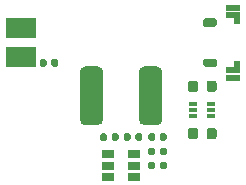
<source format=gbp>
%TF.GenerationSoftware,KiCad,Pcbnew,5.1.7-a382d34a8~87~ubuntu20.04.1*%
%TF.CreationDate,2020-10-26T14:53:32+05:00*%
%TF.ProjectId,OneRing,4f6e6552-696e-4672-9e6b-696361645f70,rev?*%
%TF.SameCoordinates,Original*%
%TF.FileFunction,Paste,Bot*%
%TF.FilePolarity,Positive*%
%FSLAX46Y46*%
G04 Gerber Fmt 4.6, Leading zero omitted, Abs format (unit mm)*
G04 Created by KiCad (PCBNEW 5.1.7-a382d34a8~87~ubuntu20.04.1) date 2020-10-26 14:53:32*
%MOMM*%
%LPD*%
G01*
G04 APERTURE LIST*
%ADD10R,0.700000X0.300000*%
%ADD11R,2.500000X1.800000*%
%ADD12R,1.300000X0.600000*%
%ADD13R,0.600000X1.100000*%
%ADD14R,1.060000X0.650000*%
G04 APERTURE END LIST*
D10*
%TO.C,U4*%
X171100000Y-108700000D03*
X171100000Y-107700000D03*
X172600000Y-108700000D03*
X171100000Y-108200000D03*
X172600000Y-107700000D03*
X172600000Y-108200000D03*
%TD*%
%TO.C,BT1*%
G36*
G01*
X161500000Y-109000000D02*
X161500000Y-105000000D01*
G75*
G02*
X162000000Y-104500000I500000J0D01*
G01*
X163000000Y-104500000D01*
G75*
G02*
X163500000Y-105000000I0J-500000D01*
G01*
X163500000Y-109000000D01*
G75*
G02*
X163000000Y-109500000I-500000J0D01*
G01*
X162000000Y-109500000D01*
G75*
G02*
X161500000Y-109000000I0J500000D01*
G01*
G37*
G36*
G01*
X166500000Y-109000000D02*
X166500000Y-105000000D01*
G75*
G02*
X167000000Y-104500000I500000J0D01*
G01*
X168000000Y-104500000D01*
G75*
G02*
X168500000Y-105000000I0J-500000D01*
G01*
X168500000Y-109000000D01*
G75*
G02*
X168000000Y-109500000I-500000J0D01*
G01*
X167000000Y-109500000D01*
G75*
G02*
X166500000Y-109000000I0J500000D01*
G01*
G37*
%TD*%
%TO.C,C13*%
G36*
G01*
X165825000Y-110327500D02*
X165825000Y-110672500D01*
G75*
G02*
X165677500Y-110820000I-147500J0D01*
G01*
X165382500Y-110820000D01*
G75*
G02*
X165235000Y-110672500I0J147500D01*
G01*
X165235000Y-110327500D01*
G75*
G02*
X165382500Y-110180000I147500J0D01*
G01*
X165677500Y-110180000D01*
G75*
G02*
X165825000Y-110327500I0J-147500D01*
G01*
G37*
G36*
G01*
X166795000Y-110327500D02*
X166795000Y-110672500D01*
G75*
G02*
X166647500Y-110820000I-147500J0D01*
G01*
X166352500Y-110820000D01*
G75*
G02*
X166205000Y-110672500I0J147500D01*
G01*
X166205000Y-110327500D01*
G75*
G02*
X166352500Y-110180000I147500J0D01*
G01*
X166647500Y-110180000D01*
G75*
G02*
X166795000Y-110327500I0J-147500D01*
G01*
G37*
%TD*%
%TO.C,C14*%
G36*
G01*
X171537500Y-109943750D02*
X171537500Y-110456250D01*
G75*
G02*
X171318750Y-110675000I-218750J0D01*
G01*
X170881250Y-110675000D01*
G75*
G02*
X170662500Y-110456250I0J218750D01*
G01*
X170662500Y-109943750D01*
G75*
G02*
X170881250Y-109725000I218750J0D01*
G01*
X171318750Y-109725000D01*
G75*
G02*
X171537500Y-109943750I0J-218750D01*
G01*
G37*
G36*
G01*
X173112500Y-109943750D02*
X173112500Y-110456250D01*
G75*
G02*
X172893750Y-110675000I-218750J0D01*
G01*
X172456250Y-110675000D01*
G75*
G02*
X172237500Y-110456250I0J218750D01*
G01*
X172237500Y-109943750D01*
G75*
G02*
X172456250Y-109725000I218750J0D01*
G01*
X172893750Y-109725000D01*
G75*
G02*
X173112500Y-109943750I0J-218750D01*
G01*
G37*
%TD*%
%TO.C,C15*%
G36*
G01*
X173112500Y-105943750D02*
X173112500Y-106456250D01*
G75*
G02*
X172893750Y-106675000I-218750J0D01*
G01*
X172456250Y-106675000D01*
G75*
G02*
X172237500Y-106456250I0J218750D01*
G01*
X172237500Y-105943750D01*
G75*
G02*
X172456250Y-105725000I218750J0D01*
G01*
X172893750Y-105725000D01*
G75*
G02*
X173112500Y-105943750I0J-218750D01*
G01*
G37*
G36*
G01*
X171537500Y-105943750D02*
X171537500Y-106456250D01*
G75*
G02*
X171318750Y-106675000I-218750J0D01*
G01*
X170881250Y-106675000D01*
G75*
G02*
X170662500Y-106456250I0J218750D01*
G01*
X170662500Y-105943750D01*
G75*
G02*
X170881250Y-105725000I218750J0D01*
G01*
X171318750Y-105725000D01*
G75*
G02*
X171537500Y-105943750I0J-218750D01*
G01*
G37*
%TD*%
%TO.C,D1*%
G36*
G01*
X158710000Y-104027500D02*
X158710000Y-104372500D01*
G75*
G02*
X158562500Y-104520000I-147500J0D01*
G01*
X158267500Y-104520000D01*
G75*
G02*
X158120000Y-104372500I0J147500D01*
G01*
X158120000Y-104027500D01*
G75*
G02*
X158267500Y-103880000I147500J0D01*
G01*
X158562500Y-103880000D01*
G75*
G02*
X158710000Y-104027500I0J-147500D01*
G01*
G37*
G36*
G01*
X159680000Y-104027500D02*
X159680000Y-104372500D01*
G75*
G02*
X159532500Y-104520000I-147500J0D01*
G01*
X159237500Y-104520000D01*
G75*
G02*
X159090000Y-104372500I0J147500D01*
G01*
X159090000Y-104027500D01*
G75*
G02*
X159237500Y-103880000I147500J0D01*
G01*
X159532500Y-103880000D01*
G75*
G02*
X159680000Y-104027500I0J-147500D01*
G01*
G37*
%TD*%
%TO.C,D2*%
G36*
G01*
X168865000Y-111527500D02*
X168865000Y-111872500D01*
G75*
G02*
X168717500Y-112020000I-147500J0D01*
G01*
X168422500Y-112020000D01*
G75*
G02*
X168275000Y-111872500I0J147500D01*
G01*
X168275000Y-111527500D01*
G75*
G02*
X168422500Y-111380000I147500J0D01*
G01*
X168717500Y-111380000D01*
G75*
G02*
X168865000Y-111527500I0J-147500D01*
G01*
G37*
G36*
G01*
X167895000Y-111527500D02*
X167895000Y-111872500D01*
G75*
G02*
X167747500Y-112020000I-147500J0D01*
G01*
X167452500Y-112020000D01*
G75*
G02*
X167305000Y-111872500I0J147500D01*
G01*
X167305000Y-111527500D01*
G75*
G02*
X167452500Y-111380000I147500J0D01*
G01*
X167747500Y-111380000D01*
G75*
G02*
X167895000Y-111527500I0J-147500D01*
G01*
G37*
%TD*%
D11*
%TO.C,J1*%
X156500000Y-103750000D03*
X156500000Y-101250000D03*
%TD*%
%TO.C,R1*%
G36*
G01*
X164795000Y-110327500D02*
X164795000Y-110672500D01*
G75*
G02*
X164647500Y-110820000I-147500J0D01*
G01*
X164352500Y-110820000D01*
G75*
G02*
X164205000Y-110672500I0J147500D01*
G01*
X164205000Y-110327500D01*
G75*
G02*
X164352500Y-110180000I147500J0D01*
G01*
X164647500Y-110180000D01*
G75*
G02*
X164795000Y-110327500I0J-147500D01*
G01*
G37*
G36*
G01*
X163825000Y-110327500D02*
X163825000Y-110672500D01*
G75*
G02*
X163677500Y-110820000I-147500J0D01*
G01*
X163382500Y-110820000D01*
G75*
G02*
X163235000Y-110672500I0J147500D01*
G01*
X163235000Y-110327500D01*
G75*
G02*
X163382500Y-110180000I147500J0D01*
G01*
X163677500Y-110180000D01*
G75*
G02*
X163825000Y-110327500I0J-147500D01*
G01*
G37*
%TD*%
%TO.C,R2*%
G36*
G01*
X167895000Y-112727500D02*
X167895000Y-113072500D01*
G75*
G02*
X167747500Y-113220000I-147500J0D01*
G01*
X167452500Y-113220000D01*
G75*
G02*
X167305000Y-113072500I0J147500D01*
G01*
X167305000Y-112727500D01*
G75*
G02*
X167452500Y-112580000I147500J0D01*
G01*
X167747500Y-112580000D01*
G75*
G02*
X167895000Y-112727500I0J-147500D01*
G01*
G37*
G36*
G01*
X168865000Y-112727500D02*
X168865000Y-113072500D01*
G75*
G02*
X168717500Y-113220000I-147500J0D01*
G01*
X168422500Y-113220000D01*
G75*
G02*
X168275000Y-113072500I0J147500D01*
G01*
X168275000Y-112727500D01*
G75*
G02*
X168422500Y-112580000I147500J0D01*
G01*
X168717500Y-112580000D01*
G75*
G02*
X168865000Y-112727500I0J-147500D01*
G01*
G37*
%TD*%
%TO.C,R3*%
G36*
G01*
X167305000Y-110672500D02*
X167305000Y-110327500D01*
G75*
G02*
X167452500Y-110180000I147500J0D01*
G01*
X167747500Y-110180000D01*
G75*
G02*
X167895000Y-110327500I0J-147500D01*
G01*
X167895000Y-110672500D01*
G75*
G02*
X167747500Y-110820000I-147500J0D01*
G01*
X167452500Y-110820000D01*
G75*
G02*
X167305000Y-110672500I0J147500D01*
G01*
G37*
G36*
G01*
X168275000Y-110672500D02*
X168275000Y-110327500D01*
G75*
G02*
X168422500Y-110180000I147500J0D01*
G01*
X168717500Y-110180000D01*
G75*
G02*
X168865000Y-110327500I0J-147500D01*
G01*
X168865000Y-110672500D01*
G75*
G02*
X168717500Y-110820000I-147500J0D01*
G01*
X168422500Y-110820000D01*
G75*
G02*
X168275000Y-110672500I0J147500D01*
G01*
G37*
%TD*%
%TO.C,SW1*%
G36*
G01*
X172075000Y-100450000D02*
X172925000Y-100450000D01*
G75*
G02*
X173100000Y-100625000I0J-175000D01*
G01*
X173100000Y-100975000D01*
G75*
G02*
X172925000Y-101150000I-175000J0D01*
G01*
X172075000Y-101150000D01*
G75*
G02*
X171900000Y-100975000I0J175000D01*
G01*
X171900000Y-100625000D01*
G75*
G02*
X172075000Y-100450000I175000J0D01*
G01*
G37*
G36*
G01*
X172125000Y-103850000D02*
X172975000Y-103850000D01*
G75*
G02*
X173150000Y-104025000I0J-175000D01*
G01*
X173150000Y-104375000D01*
G75*
G02*
X172975000Y-104550000I-175000J0D01*
G01*
X172125000Y-104550000D01*
G75*
G02*
X171950000Y-104375000I0J175000D01*
G01*
X171950000Y-104025000D01*
G75*
G02*
X172125000Y-103850000I175000J0D01*
G01*
G37*
D12*
X174450000Y-100150000D03*
D13*
X174800000Y-100400000D03*
D12*
X174450000Y-104850000D03*
D13*
X174800000Y-104600000D03*
D12*
X174450000Y-99550000D03*
X174450000Y-105450000D03*
%TD*%
D14*
%TO.C,U3*%
X163900000Y-113850000D03*
X163900000Y-112900000D03*
X163900000Y-111950000D03*
X166100000Y-111950000D03*
X166100000Y-113850000D03*
X166100000Y-112900000D03*
%TD*%
M02*

</source>
